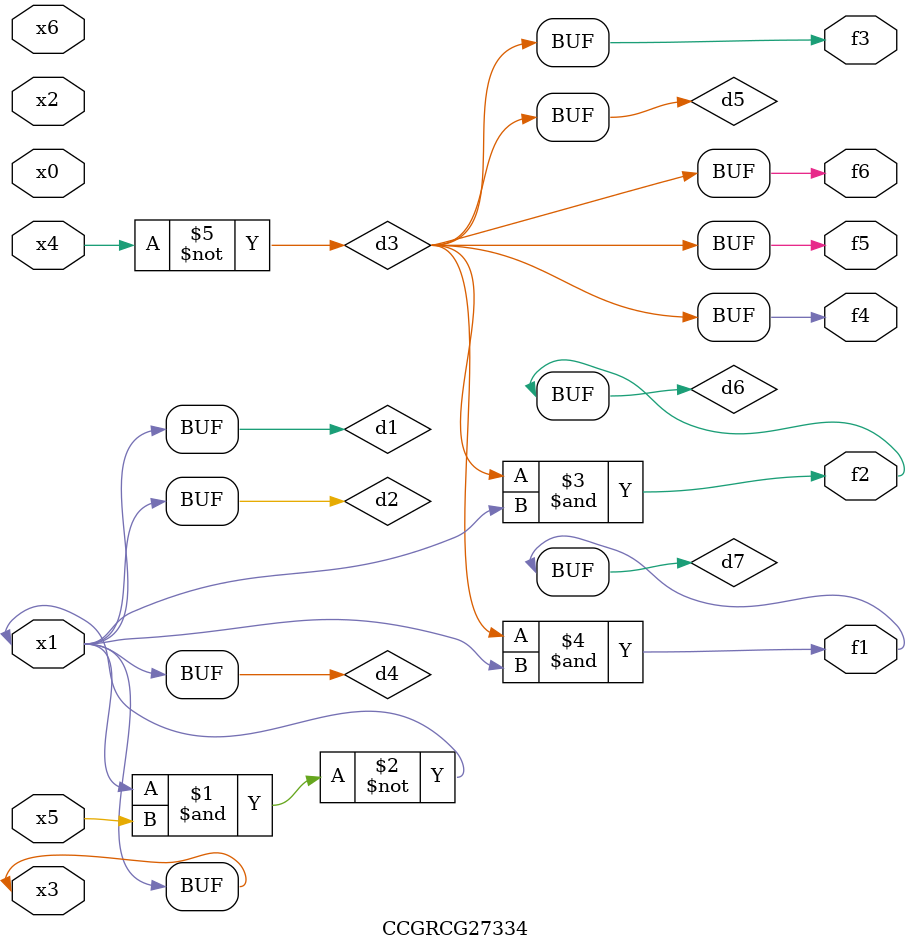
<source format=v>
module CCGRCG27334(
	input x0, x1, x2, x3, x4, x5, x6,
	output f1, f2, f3, f4, f5, f6
);

	wire d1, d2, d3, d4, d5, d6, d7;

	buf (d1, x1, x3);
	nand (d2, x1, x5);
	not (d3, x4);
	buf (d4, d1, d2);
	buf (d5, d3);
	and (d6, d3, d4);
	and (d7, d3, d4);
	assign f1 = d7;
	assign f2 = d6;
	assign f3 = d5;
	assign f4 = d5;
	assign f5 = d5;
	assign f6 = d5;
endmodule

</source>
